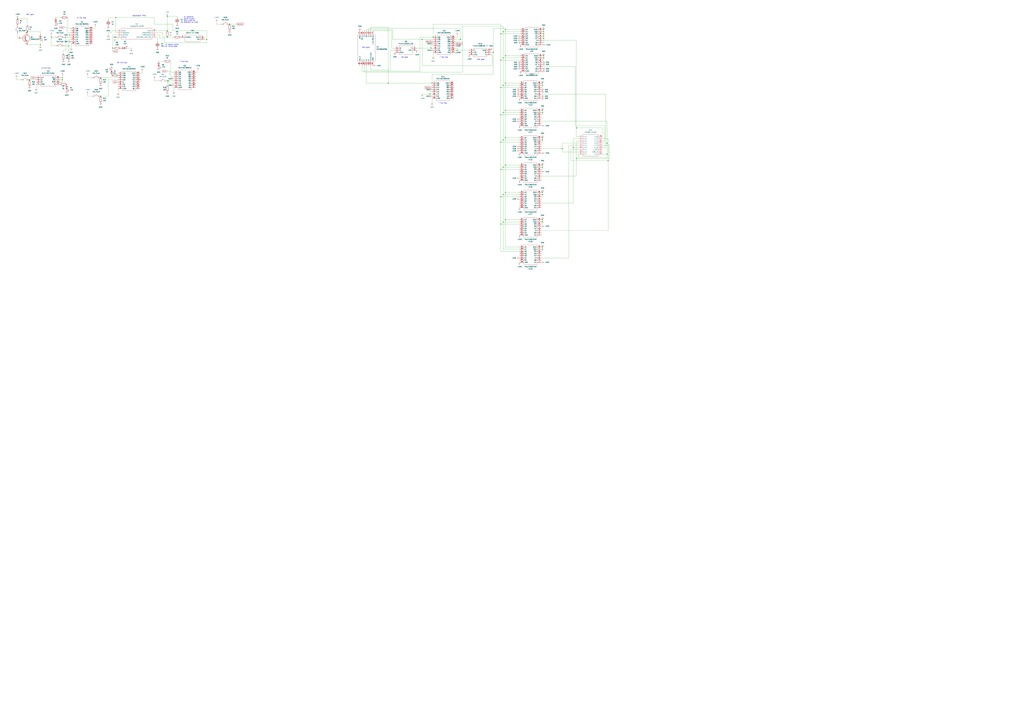
<source format=kicad_sch>
(kicad_sch (version 20230121) (generator eeschema)
  (paper "A0")
  (junction (at 586.74 64.77))
  (junction (at 134.62 20.32))
  (junction (at 534.67 45.72))
  (junction (at 669.29 184.15))
  (junction (at 629.92 226.06))
  (junction (at 572.77 60.96))
  (junction (at 72.39 92.71))
  (junction (at 194.31 93.98))
  (junction (at 629.92 162.56))
  (junction (at 704.85 179.07))
  (junction (at 490.22 45.72))
  (junction (at 72.39 90.17))
  (junction (at 194.31 43.18))
  (junction (at 584.2 99.06))
  (junction (at 631.19 36.83))
  (junction (at 669.29 148.59))
  (junction (at 584.2 194.31))
  (junction (at 629.92 130.81))
  (junction (at 629.92 257.81))
  (junction (at 46.99 52.07))
  (junction (at 629.92 191.77))
  (junction (at 584.2 226.06))
  (junction (at 704.85 166.37))
  (junction (at 20.32 21.59))
  (junction (at 584.2 257.81))
  (junction (at 584.2 67.31))
  (junction (at 629.92 255.27))
  (junction (at 629.92 194.31))
  (junction (at 586.74 160.02))
  (junction (at 586.74 96.52))
  (junction (at 586.74 34.29))
  (junction (at 586.74 255.27))
  (junction (at 116.84 90.17))
  (junction (at 450.85 96.52))
  (junction (at 584.2 36.83))
  (junction (at 34.29 92.71))
  (junction (at 80.01 53.34))
  (junction (at 581.66 165.1))
  (junction (at 581.66 196.85))
  (junction (at 652.78 172.72))
  (junction (at 581.66 39.37))
  (junction (at 629.92 289.56))
  (junction (at 631.19 39.37))
  (junction (at 631.19 64.77))
  (junction (at 629.92 96.52))
  (junction (at 706.12 186.69))
  (junction (at 130.81 55.88))
  (junction (at 631.19 67.31))
  (junction (at 581.66 133.35))
  (junction (at 581.66 101.6))
  (junction (at 586.74 128.27))
  (junction (at 194.31 19.05))
  (junction (at 631.19 34.29))
  (junction (at 195.58 93.98))
  (junction (at 116.84 111.76))
  (junction (at 59.69 43.18))
  (junction (at 266.7 27.94))
  (junction (at 631.19 41.91))
  (junction (at 499.11 109.22))
  (junction (at 76.2 43.18))
  (junction (at 629.92 287.02))
  (junction (at 665.48 171.45))
  (junction (at 501.65 96.52))
  (junction (at 629.92 160.02))
  (junction (at 194.31 35.56))
  (junction (at 631.19 44.45))
  (junction (at 584.2 162.56))
  (junction (at 581.66 260.35))
  (junction (at 240.03 45.72))
  (junction (at 584.2 130.81))
  (junction (at 581.66 69.85))
  (junction (at 629.92 223.52))
  (junction (at 629.92 99.06))
  (junction (at 586.74 191.77))
  (junction (at 581.66 228.6))
  (junction (at 500.38 55.88))
  (junction (at 629.92 128.27))
  (junction (at 586.74 223.52))
  (junction (at 31.75 36.83))
  (junction (at 530.86 58.42))
  (junction (at 502.92 43.18))
  (wire (pts (xy 629.92 128.27) (xy 628.65 128.27)))
  (wire (pts (xy 669.29 163.83) (xy 671.83 163.83)))
  (wire (pts (xy 201.93 96.52) (xy 195.58 96.52)))
  (wire (pts (xy 425.45 34.29) (xy 425.45 35.56)))
  (wire (pts (xy 629.92 44.45) (xy 631.19 44.45)))
  (wire (pts (xy 581.66 133.35) (xy 581.66 165.1)))
  (wire (pts (xy 665.48 171.45) (xy 665.48 161.29)))
  (wire (pts (xy 586.74 191.77) (xy 586.74 223.52)))
  (wire (pts (xy 671.83 166.37) (xy 652.78 166.37)))
  (wire (pts (xy 703.58 109.22) (xy 703.58 171.45)))
  (wire (pts (xy 528.32 48.26) (xy 537.21 48.26)))
  (wire (pts (xy 544.83 58.42) (xy 530.86 58.42)))
  (wire (pts (xy 528.32 43.18) (xy 530.86 43.18)))
  (wire (pts (xy 669.29 158.75) (xy 671.83 158.75)))
  (wire (pts (xy 182.88 43.18) (xy 181.61 43.18)))
  (wire (pts (xy 19.05 92.71) (xy 24.13 92.71)))
  (wire (pts (xy 501.65 106.68) (xy 499.11 106.68)))
  (wire (pts (xy 668.02 146.05) (xy 702.31 146.05)))
  (wire (pts (xy 201.93 101.6) (xy 201.93 106.68)))
  (wire (pts (xy 671.83 179.07) (xy 671.83 182.88)))
  (wire (pts (xy 162.56 85.09) (xy 165.1 85.09)))
  (wire (pts (xy 586.74 255.27) (xy 586.74 287.02)))
  (wire (pts (xy 586.74 223.52) (xy 586.74 255.27)))
  (wire (pts (xy 669.29 204.47) (xy 669.29 184.15)))
  (wire (pts (xy 453.39 81.28) (xy 453.39 58.42)))
  (wire (pts (xy 572.77 86.36) (xy 572.77 60.96)))
  (wire (pts (xy 152.4 55.88) (xy 152.4 57.15)))
  (wire (pts (xy 185.42 40.64) (xy 181.61 40.64)))
  (wire (pts (xy 662.94 173.99) (xy 662.94 186.69)))
  (wire (pts (xy 586.74 160.02) (xy 586.74 191.77)))
  (wire (pts (xy 194.31 93.98) (xy 195.58 93.98)))
  (wire (pts (xy 652.78 176.53) (xy 671.83 176.53)))
  (wire (pts (xy 82.55 50.8) (xy 82.55 55.88)))
  (wire (pts (xy 487.68 43.18) (xy 487.68 82.55)))
  (wire (pts (xy 628.65 196.85) (xy 629.92 196.85)))
  (wire (pts (xy 266.7 27.94) (xy 274.32 27.94)))
  (wire (pts (xy 237.49 45.72) (xy 240.03 45.72)))
  (wire (pts (xy 80.01 45.72) (xy 80.01 53.34)))
  (wire (pts (xy 490.22 109.22) (xy 499.11 109.22)))
  (wire (pts (xy 134.62 38.1) (xy 134.62 20.32)))
  (wire (pts (xy 581.66 69.85) (xy 581.66 101.6)))
  (wire (pts (xy 502.92 43.18) (xy 487.68 43.18)))
  (wire (pts (xy 699.77 148.59) (xy 669.29 148.59)))
  (wire (pts (xy 629.92 165.1) (xy 629.92 162.56)))
  (wire (pts (xy 704.85 182.88) (xy 704.85 179.07)))
  (wire (pts (xy 699.77 168.91) (xy 707.39 168.91)))
  (wire (pts (xy 179.07 91.44) (xy 179.07 93.98)))
  (wire (pts (xy 72.39 90.17) (xy 72.39 87.63)))
  (wire (pts (xy 31.75 52.07) (xy 46.99 52.07)))
  (wire (pts (xy 20.32 44.45) (xy 21.59 44.45)))
  (wire (pts (xy 450.85 96.52) (xy 425.45 96.52)))
  (wire (pts (xy 669.29 148.59) (xy 669.29 158.75)))
  (wire (pts (xy 534.67 45.72) (xy 537.21 45.72)))
  (wire (pts (xy 74.93 43.18) (xy 76.2 43.18)))
  (wire (pts (xy 179.07 93.98) (xy 184.15 93.98)))
  (wire (pts (xy 240.03 45.72) (xy 240.03 49.53)))
  (wire (pts (xy 502.92 60.96) (xy 502.92 66.04)))
  (wire (pts (xy 586.74 96.52) (xy 603.25 96.52)))
  (wire (pts (xy 427.99 33.02) (xy 427.99 35.56)))
  (wire (pts (xy 662.94 186.69) (xy 706.12 186.69)))
  (wire (pts (xy 628.65 299.72) (xy 660.4 299.72)))
  (wire (pts (xy 706.12 161.29) (xy 699.77 161.29)))
  (wire (pts (xy 78.74 20.32) (xy 78.74 33.02)))
  (wire (pts (xy 190.5 49.53) (xy 190.5 44.45)))
  (wire (pts (xy 483.87 55.88) (xy 500.38 55.88)))
  (wire (pts (xy 74.93 31.75) (xy 77.47 31.75)))
  (wire (pts (xy 628.65 172.72) (xy 652.78 172.72)))
  (wire (pts (xy 455.93 34.29) (xy 425.45 34.29)))
  (wire (pts (xy 586.74 255.27) (xy 603.25 255.27)))
  (wire (pts (xy 78.74 33.02) (xy 82.55 33.02)))
  (wire (pts (xy 499.11 106.68) (xy 499.11 109.22)))
  (wire (pts (xy 196.85 82.55) (xy 196.85 86.36)))
  (wire (pts (xy 137.16 92.71) (xy 125.73 92.71)))
  (wire (pts (xy 528.32 45.72) (xy 534.67 45.72)))
  (wire (pts (xy 454.66 55.88) (xy 458.47 55.88)))
  (wire (pts (xy 132.08 55.88) (xy 130.81 55.88)))
  (wire (pts (xy 72.39 92.71) (xy 72.39 90.17)))
  (wire (pts (xy 59.69 43.18) (xy 59.69 53.34)))
  (wire (pts (xy 631.19 34.29) (xy 631.19 36.83)))
  (wire (pts (xy 584.2 130.81) (xy 603.25 130.81)))
  (wire (pts (xy 420.37 82.55) (xy 420.37 76.2)))
  (wire (pts (xy 581.66 165.1) (xy 603.25 165.1)))
  (wire (pts (xy 586.74 223.52) (xy 603.25 223.52)))
  (wire (pts (xy 584.2 162.56) (xy 603.25 162.56)))
  (wire (pts (xy 628.65 165.1) (xy 629.92 165.1)))
  (wire (pts (xy 629.92 191.77) (xy 628.65 191.77)))
  (wire (pts (xy 629.92 69.85) (xy 631.19 69.85)))
  (wire (pts (xy 537.21 30.48) (xy 584.2 30.48)))
  (wire (pts (xy 185.42 44.45) (xy 185.42 40.64)))
  (wire (pts (xy 669.29 184.15) (xy 669.29 163.83)))
  (wire (pts (xy 179.07 20.32) (xy 134.62 20.32)))
  (wire (pts (xy 581.66 133.35) (xy 603.25 133.35)))
  (wire (pts (xy 229.87 83.82) (xy 229.87 81.28)))
  (wire (pts (xy 501.65 96.52) (xy 450.85 96.52)))
  (wire (pts (xy 453.39 58.42) (xy 458.47 58.42)))
  (wire (pts (xy 76.2 58.42) (xy 76.2 43.18)))
  (wire (pts (xy 59.69 40.64) (xy 59.69 43.18)))
  (wire (pts (xy 200.66 27.94) (xy 200.66 35.56)))
  (wire (pts (xy 194.31 43.18) (xy 189.23 43.18)))
  (wire (pts (xy 629.92 77.47) (xy 668.02 77.47)))
  (wire (pts (xy 194.31 19.05) (xy 194.31 35.56)))
  (wire (pts (xy 629.92 255.27) (xy 628.65 255.27)))
  (wire (pts (xy 628.65 257.81) (xy 629.92 257.81)))
  (wire (pts (xy 586.74 34.29) (xy 586.74 64.77)))
  (wire (pts (xy 101.6 111.76) (xy 106.68 111.76)))
  (wire (pts (xy 227.33 83.82) (xy 229.87 83.82)))
  (wire (pts (xy 631.19 69.85) (xy 631.19 67.31)))
  (wire (pts (xy 64.77 20.32) (xy 71.12 20.32)))
  (wire (pts (xy 581.66 39.37) (xy 581.66 69.85)))
  (wire (pts (xy 631.19 64.77) (xy 629.92 64.77)))
  (wire (pts (xy 537.21 83.82) (xy 422.91 83.82)))
  (wire (pts (xy 581.66 101.6) (xy 603.25 101.6)))
  (wire (pts (xy 584.2 36.83) (xy 604.52 36.83)))
  (wire (pts (xy 699.77 166.37) (xy 704.85 166.37)))
  (wire (pts (xy 251.46 27.94) (xy 256.54 27.94)))
  (wire (pts (xy 571.5 76.2) (xy 571.5 63.5)))
  (wire (pts (xy 133.35 48.26) (xy 135.89 48.26)))
  (wire (pts (xy 628.65 236.22) (xy 665.48 236.22)))
  (wire (pts (xy 450.85 31.75) (xy 430.53 31.75)))
  (wire (pts (xy 660.4 299.72) (xy 660.4 168.91)))
  (wire (pts (xy 628.65 101.6) (xy 629.92 101.6)))
  (wire (pts (xy 69.85 90.17) (xy 72.39 90.17)))
  (wire (pts (xy 135.89 38.1) (xy 134.62 38.1)))
  (wire (pts (xy 629.92 101.6) (xy 629.92 99.06)))
  (wire (pts (xy 628.65 267.97) (xy 706.12 267.97)))
  (wire (pts (xy 581.66 196.85) (xy 603.25 196.85)))
  (wire (pts (xy 706.12 267.97) (xy 706.12 186.69)))
  (wire (pts (xy 502.92 27.94) (xy 581.66 27.94)))
  (wire (pts (xy 116.84 90.17) (xy 137.16 90.17)))
  (wire (pts (xy 586.74 160.02) (xy 603.25 160.02)))
  (wire (pts (xy 581.66 196.85) (xy 581.66 228.6)))
  (wire (pts (xy 534.67 45.72) (xy 534.67 33.02)))
  (wire (pts (xy 135.89 35.56) (xy 129.54 35.56)))
  (wire (pts (xy 198.12 86.36) (xy 198.12 88.9)))
  (wire (pts (xy 629.92 160.02) (xy 628.65 160.02)))
  (wire (pts (xy 572.77 60.96) (xy 572.77 33.02)))
  (wire (pts (xy 584.2 226.06) (xy 603.25 226.06)))
  (wire (pts (xy 629.92 260.35) (xy 629.92 257.81)))
  (wire (pts (xy 41.91 97.79) (xy 41.91 102.87)))
  (wire (pts (xy 534.67 33.02) (xy 427.99 33.02)))
  (wire (pts (xy 629.92 96.52) (xy 628.65 96.52)))
  (wire (pts (xy 179.07 27.94) (xy 179.07 20.32)))
  (wire (pts (xy 629.92 228.6) (xy 629.92 226.06)))
  (wire (pts (xy 584.2 99.06) (xy 584.2 130.81)))
  (wire (pts (xy 584.2 194.31) (xy 584.2 226.06)))
  (wire (pts (xy 629.92 257.81) (xy 629.92 255.27)))
  (wire (pts (xy 628.65 133.35) (xy 629.92 133.35)))
  (wire (pts (xy 581.66 292.1) (xy 603.25 292.1)))
  (wire (pts (xy 530.86 55.88) (xy 530.86 58.42)))
  (wire (pts (xy 668.02 77.47) (xy 668.02 146.05)))
  (wire (pts (xy 581.66 27.94) (xy 581.66 39.37)))
  (wire (pts (xy 194.31 93.98) (xy 194.31 99.06)))
  (wire (pts (xy 137.16 102.87) (xy 137.16 107.95)))
  (wire (pts (xy 628.65 289.56) (xy 629.92 289.56)))
  (wire (pts (xy 500.38 55.88) (xy 502.92 55.88)))
  (wire (pts (xy 629.92 226.06) (xy 629.92 223.52)))
  (wire (pts (xy 198.12 71.12) (xy 198.12 83.82)))
  (wire (pts (xy 69.85 92.71) (xy 72.39 92.71)))
  (wire (pts (xy 77.47 35.56) (xy 78.74 35.56)))
  (wire (pts (xy 125.73 111.76) (xy 116.84 111.76)))
  (wire (pts (xy 422.91 83.82) (xy 422.91 76.2)))
  (wire (pts (xy 631.19 39.37) (xy 631.19 36.83)))
  (wire (pts (xy 581.66 39.37) (xy 604.52 39.37)))
  (wire (pts (xy 433.07 35.56) (xy 454.66 35.56)))
  (wire (pts (xy 129.54 38.1) (xy 125.73 38.1)))
  (wire (pts (xy 500.38 53.34) (xy 500.38 55.88)))
  (wire (pts (xy 31.75 29.21) (xy 31.75 21.59)))
  (wire (pts (xy 251.46 25.4) (xy 251.46 27.94)))
  (wire (pts (xy 78.74 35.56) (xy 78.74 38.1)))
  (wire (pts (xy 703.58 171.45) (xy 699.77 171.45)))
  (wire (pts (xy 205.74 20.32) (xy 205.74 19.05)))
  (wire (pts (xy 586.74 64.77) (xy 586.74 96.52)))
  (wire (pts (xy 194.31 82.55) (xy 196.85 82.55)))
  (wire (pts (xy 502.92 53.34) (xy 500.38 53.34)))
  (wire (pts (xy 501.65 86.36) (xy 572.77 86.36)))
  (wire (pts (xy 704.85 166.37) (xy 704.85 179.07)))
  (wire (pts (xy 194.31 43.18) (xy 201.93 43.18)))
  (wire (pts (xy 586.74 33.02) (xy 586.74 34.29)))
  (wire (pts (xy 125.73 92.71) (xy 125.73 111.76)))
  (wire (pts (xy 628.65 204.47) (xy 669.29 204.47)))
  (wire (pts (xy 571.5 63.5) (xy 570.23 63.5)))
  (wire (pts (xy 702.31 163.83) (xy 699.77 163.83)))
  (wire (pts (xy 195.58 96.52) (xy 195.58 93.98)))
  (wire (pts (xy 190.5 44.45) (xy 185.42 44.45)))
  (wire (pts (xy 499.11 109.22) (xy 501.65 109.22)))
  (wire (pts (xy 490.22 45.72) (xy 490.22 76.2)))
  (wire (pts (xy 59.69 43.18) (xy 64.77 43.18)))
  (wire (pts (xy 584.2 162.56) (xy 584.2 194.31)))
  (wire (pts (xy 652.78 172.72) (xy 652.78 176.53)))
  (wire (pts (xy 31.75 21.59) (xy 20.32 21.59)))
  (wire (pts (xy 629.92 133.35) (xy 629.92 130.81)))
  (wire (pts (xy 181.61 35.56) (xy 194.31 35.56)))
  (wire (pts (xy 196.85 86.36) (xy 198.12 86.36)))
  (wire (pts (xy 665.48 171.45) (xy 671.83 171.45)))
  (wire (pts (xy 430.53 31.75) (xy 430.53 35.56)))
  (wire (pts (xy 581.66 228.6) (xy 581.66 260.35)))
  (wire (pts (xy 502.92 45.72) (xy 490.22 45.72)))
  (wire (pts (xy 669.29 46.99) (xy 669.29 148.59)))
  (wire (pts (xy 631.19 49.53) (xy 631.19 44.45)))
  (wire (pts (xy 628.65 140.97) (xy 704.85 140.97)))
  (wire (pts (xy 628.65 130.81) (xy 629.92 130.81)))
  (wire (pts (xy 76.2 43.18) (xy 82.55 43.18)))
  (wire (pts (xy 586.74 128.27) (xy 603.25 128.27)))
  (wire (pts (xy 629.92 46.99) (xy 669.29 46.99)))
  (wire (pts (xy 200.66 35.56) (xy 240.03 35.56)))
  (wire (pts (xy 240.03 35.56) (xy 240.03 45.72)))
  (wire (pts (xy 584.2 226.06) (xy 584.2 257.81)))
  (wire (pts (xy 101.6 87.63) (xy 101.6 90.17)))
  (wire (pts (xy 581.66 101.6) (xy 581.66 133.35)))
  (wire (pts (xy 671.83 173.99) (xy 662.94 173.99)))
  (wire (pts (xy 628.65 194.31) (xy 629.92 194.31)))
  (wire (pts (xy 584.2 30.48) (xy 584.2 36.83)))
  (wire (pts (xy 628.65 99.06) (xy 629.92 99.06)))
  (wire (pts (xy 572.77 33.02) (xy 586.74 33.02)))
  (wire (pts (xy 707.39 168.91) (xy 707.39 184.15)))
  (wire (pts (xy 501.65 114.3) (xy 501.65 119.38)))
  (wire (pts (xy 200.66 27.94) (xy 179.07 27.94)))
  (wire (pts (xy 631.19 67.31) (xy 631.19 64.77)))
  (wire (pts (xy 572.77 60.96) (xy 570.23 60.96)))
  (wire (pts (xy 669.29 184.15) (xy 707.39 184.15)))
  (wire (pts (xy 584.2 257.81) (xy 584.2 289.56)))
  (wire (pts (xy 629.92 39.37) (xy 631.19 39.37)))
  (wire (pts (xy 101.6 90.17) (xy 106.68 90.17)))
  (wire (pts (xy 69.85 95.25) (xy 72.39 95.25)))
  (wire (pts (xy 629.92 194.31) (xy 629.92 191.77)))
  (wire (pts (xy 182.88 48.26) (xy 182.88 43.18)))
  (wire (pts (xy 129.54 35.56) (xy 129.54 38.1)))
  (wire (pts (xy 240.03 49.53) (xy 190.5 49.53)))
  (wire (pts (xy 454.66 35.56) (xy 454.66 55.88)))
  (wire (pts (xy 59.69 53.34) (xy 64.77 53.34)))
  (wire (pts (xy 586.74 34.29) (xy 604.52 34.29)))
  (wire (pts (xy 82.55 45.72) (xy 80.01 45.72)))
  (wire (pts (xy 629.92 289.56) (xy 629.92 287.02)))
  (wire (pts (xy 629.92 287.02) (xy 628.65 287.02)))
  (wire (pts (xy 581.66 260.35) (xy 581.66 292.1)))
  (wire (pts (xy 31.75 36.83) (xy 46.99 36.83)))
  (wire (pts (xy 537.21 48.26) (xy 537.21 83.82)))
  (wire (pts (xy 77.47 31.75) (xy 77.47 35.56)))
  (wire (pts (xy 586.74 191.77) (xy 603.25 191.77)))
  (wire (pts (xy 135.89 48.26) (xy 135.89 43.18)))
  (wire (pts (xy 581.66 228.6) (xy 603.25 228.6)))
  (wire (pts (xy 195.58 93.98) (xy 201.93 93.98)))
  (wire (pts (xy 586.74 128.27) (xy 586.74 160.02)))
  (wire (pts (xy 629.92 67.31) (xy 631.19 67.31)))
  (wire (pts (xy 430.53 81.28) (xy 453.39 81.28)))
  (wire (pts (xy 430.53 76.2) (xy 430.53 81.28)))
  (wire (pts (xy 584.2 67.31) (xy 604.52 67.31)))
  (wire (pts (xy 584.2 36.83) (xy 584.2 67.31)))
  (wire (pts (xy 147.32 55.88) (xy 152.4 55.88)))
  (wire (pts (xy 107.95 33.02) (xy 110.49 33.02)))
  (wire (pts (xy 629.92 162.56) (xy 629.92 160.02)))
  (wire (pts (xy 134.62 20.32) (xy 125.73 20.32)))
  (wire (pts (xy 631.19 44.45) (xy 631.19 41.91)))
  (wire (pts (xy 665.48 161.29) (xy 671.83 161.29)))
  (wire (pts (xy 73.66 58.42) (xy 76.2 58.42)))
  (wire (pts (xy 198.12 88.9) (xy 201.93 88.9)))
  (wire (pts (xy 665.48 236.22) (xy 665.48 171.45)))
  (wire (pts (xy 189.23 43.18) (xy 189.23 38.1)))
  (wire (pts (xy 652.78 166.37) (xy 652.78 172.72)))
  (wire (pts (xy 46.99 52.07) (xy 46.99 53.34)))
  (wire (pts (xy 581.66 260.35) (xy 603.25 260.35)))
  (wire (pts (xy 73.66 62.23) (xy 73.66 58.42)))
  (wire (pts (xy 584.2 67.31) (xy 584.2 99.06)))
  (wire (pts (xy 80.01 53.34) (xy 80.01 62.23)))
  (wire (pts (xy 704.85 179.07) (xy 699.77 179.07)))
  (wire (pts (xy 631.19 41.91) (xy 631.19 39.37)))
  (wire (pts (xy 586.74 96.52) (xy 586.74 128.27)))
  (wire (pts (xy 629.92 49.53) (xy 631.19 49.53)))
  (wire (pts (xy 165.1 85.09) (xy 165.1 82.55)))
  (wire (pts (xy 530.86 43.18) (xy 530.86 40.64)))
  (wire (pts (xy 584.2 289.56) (xy 603.25 289.56)))
  (wire (pts (xy 502.92 43.18) (xy 502.92 27.94)))
  (wire (pts (xy 584.2 194.31) (xy 603.25 194.31)))
  (wire (pts (xy 101.6 109.22) (xy 101.6 111.76)))
  (wire (pts (xy 34.29 92.71) (xy 41.91 92.71)))
  (wire (pts (xy 130.81 55.88) (xy 130.81 59.69)))
  (wire (pts (xy 586.74 64.77) (xy 604.52 64.77)))
  (wire (pts (xy 198.12 83.82) (xy 201.93 83.82)))
  (wire (pts (xy 704.85 140.97) (xy 704.85 166.37)))
  (wire (pts (xy 581.66 165.1) (xy 581.66 196.85)))
  (wire (pts (xy 19.05 90.17) (xy 19.05 92.71)))
  (wire (pts (xy 490.22 45.72) (xy 455.93 45.72)))
  (wire (pts (xy 78.74 38.1) (xy 82.55 38.1)))
  (wire (pts (xy 490.22 76.2) (xy 571.5 76.2)))
  (wire (pts (xy 628.65 162.56) (xy 629.92 162.56)))
  (wire (pts (xy 537.21 45.72) (xy 537.21 30.48)))
  (wire (pts (xy 629.92 130.81) (xy 629.92 128.27)))
  (wire (pts (xy 702.31 146.05) (xy 702.31 163.83)))
  (wire (pts (xy 125.73 20.32) (xy 125.73 22.86)))
  (wire (pts (xy 528.32 55.88) (xy 530.86 55.88)))
  (wire (pts (xy 628.65 292.1) (xy 629.92 292.1)))
  (wire (pts (xy 629.92 99.06) (xy 629.92 96.52)))
  (wire (pts (xy 629.92 223.52) (xy 628.65 223.52)))
  (wire (pts (xy 629.92 196.85) (xy 629.92 194.31)))
  (wire (pts (xy 629.92 41.91) (xy 631.19 41.91)))
  (wire (pts (xy 20.32 39.37) (xy 20.32 44.45)))
  (wire (pts (xy 487.68 82.55) (xy 420.37 82.55)))
  (wire (pts (xy 581.66 69.85) (xy 604.52 69.85)))
  (wire (pts (xy 631.19 36.83) (xy 629.92 36.83)))
  (wire (pts (xy 628.65 109.22) (xy 703.58 109.22)))
  (wire (pts (xy 455.93 45.72) (xy 455.93 34.29)))
  (wire (pts (xy 584.2 257.81) (xy 603.25 257.81)))
  (wire (pts (xy 628.65 260.35) (xy 629.92 260.35)))
  (wire (pts (xy 205.74 19.05) (xy 194.31 19.05)))
  (wire (pts (xy 130.81 55.88) (xy 130.81 40.64)))
  (wire (pts (xy 586.74 287.02) (xy 603.25 287.02)))
  (wire (pts (xy 528.32 58.42) (xy 530.86 58.42)))
  (wire (pts (xy 660.4 168.91) (xy 671.83 168.91)))
  (wire (pts (xy 110.49 33.02) (xy 110.49 30.48)))
  (wire (pts (xy 584.2 130.81) (xy 584.2 162.56)))
  (wire (pts (xy 628.65 226.06) (xy 629.92 226.06)))
  (wire (pts (xy 72.39 95.25) (xy 72.39 92.71)))
  (wire (pts (xy 125.73 38.1) (xy 125.73 40.64)))
  (wire (pts (xy 628.65 228.6) (xy 629.92 228.6)))
  (wire (pts (xy 706.12 186.69) (xy 706.12 161.29)))
  (wire (pts (xy 699.77 158.75) (xy 699.77 148.59)))
  (wire (pts (xy 46.99 36.83) (xy 46.99 39.37)))
  (wire (pts (xy 130.81 40.64) (xy 135.89 40.64)))
  (wire (pts (xy 425.45 96.52) (xy 425.45 76.2)))
  (wire (pts (xy 189.23 38.1) (xy 181.61 38.1)))
  (wire (pts (xy 671.83 182.88) (xy 704.85 182.88)))
  (wire (pts (xy 629.92 34.29) (xy 631.19 34.29)))
  (wire (pts (xy 450.85 96.52) (xy 450.85 31.75)))
  (wire (pts (xy 184.15 71.12) (xy 190.5 71.12)))
  (wire (pts (xy 629.92 292.1) (xy 629.92 289.56)))
  (wire (pts (xy 584.2 99.06) (xy 603.25 99.06)))
  (wire (pts (xy 501.65 96.52) (xy 501.65 86.36)))
  (wire (pts (xy 46.99 46.99) (xy 46.99 52.07)))
  (wire (pts (xy 80.01 53.34) (xy 74.93 53.34)))
  (text "NOT gate" (at 30.48 17.78 0) (effects (font (size 1.27 1.27)) (justify left bottom)))
  (text "D flip flop" (at 48.26 80.01 0) (effects (font (size 1.27 1.27)) (justify left bottom)))
  (text "T flip flop" (at 510.54 67.31 0) (effects (font (size 1.27 1.27)) (justify left bottom)))
  (text "JK flip flop" (at 88.9 21.59 0) (effects (font (size 1.27 1.27)) (justify left bottom)))
  (text "SR flip flop" (at 135.89 73.66 0) (effects (font (size 1.27 1.27)) (justify left bottom)))
  (text "T flip flop" (at 208.28 72.39 0) (effects (font (size 1.27 1.27)) (justify left bottom)))
  (text "AND gate\n" (at 553.72 69.85 0) (effects (font (size 1.27 1.27)) (justify left bottom)))
  (text "AND gate\n" (at 420.37 55.88 0) (effects (font (size 1.27 1.27)) (justify left bottom)))
  (text "Adjustable Timer" (at 153.67 19.05 0) (effects (font (size 1.27 1.27)) (justify left bottom)))
  (text "OR gate\n" (at 466.09 67.31 0) (effects (font (size 1.27 1.27)) (justify left bottom)))
  (text "T flip flop" (at 509.27 120.65 0) (effects (font (size 1.27 1.27)) (justify left bottom)))
  (text "To stabilize \npower supply\n(put close as\npossible to chip)" (at 213.36 26.67 0) (effects (font (size 1.27 1.27)) (justify left bottom)))
  (text "To reduce noise\non rising edge" (at 191.77 54.61 0) (effects (font (size 1.27 1.27)) (justify left bottom)))
  (global_label "CLK" (shape input) (at 194.31 82.55 180) (property "Intersheetrefs" "${INTERSHEET_REFS}" (effects hide)))
  (global_label "CLK" (shape input) (at 41.91 90.17 180) (property "Intersheetrefs" "${INTERSHEET_REFS}" (effects hide)))
  (global_label "Button" (shape input) (at 501.65 101.6 180) (property "Intersheetrefs" "${INTERSHEET_REFS}" (effects hide)))
  (global_label "CLK" (shape input) (at 74.93 31.75 180) (property "Intersheetrefs" "${INTERSHEET_REFS}" (effects hide)))
  (global_label "CLK" (shape input) (at 130.81 59.69 0) (property "Intersheetrefs" "${INTERSHEET_REFS}" (effects hide)))
  (global_label "Button" (shape input) (at 274.32 27.94 0) (property "Intersheetrefs" "${INTERSHEET_REFS}" (effects hide)))
  (global_label "Button" (shape input) (at 502.92 48.26 180) (property "Intersheetrefs" "${INTERSHEET_REFS}" (effects hide)))
  (global_label "CLK" (shape input) (at 137.16 95.25 180) (property "Intersheetrefs" "${INTERSHEET_REFS}" (effects hide)))
  (global_label "Button" (shape input) (at 528.32 50.8 0) (property "Intersheetrefs" "${INTERSHEET_REFS}" (effects hide)))
  (symbol (lib_id "power:+3V0") (at 603.25 231.14 90) (unit 1)
    (property "Reference" "#PWR0103" (effects hide))
    (property "Value" "+3V0" (at 599.44 231.14 90) (effects (justify left)))
  )
  (symbol (lib_id "Device:C") (at 125.73 26.67 0) (unit 1)
    (property "Reference" "C1" (at 129.54 25.4 0) (effects (justify left)))
    (property "Value" "1u" (at 129.54 27.94 0) (effects (justify left)))
  )
  (symbol (lib_id "SamacSys_Parts:3314J-2-105E") (at 209.55 43.18 0) (unit 1)
    (property "Reference" "VR1" (at 223.52 35.56 0))
    (property "Value" "3314J-2-105E" (at 223.52 38.1 0))
    (property "Footprint" "3314J-1" (effects hide))
    (property "Datasheet" "http://uk.rs-online.com/web/p/products/0177419" (effects hide))
    (property "Description" "1M SMD Trimmer Potentiometer 0.25W Top Adjust Bourns 3314 Series" (effects hide))
    (property "Manufacturer_Name" "Bourns" (effects hide))
    (property "Manufacturer_Part_Number" "3314J-2-105E" (effects hide))
    (property "Mouser Part Number" "652-3314J-2-105E" (effects hide))
    (property "Mouser Price/Stock" "https://www.mouser.co.uk/ProductDetail/Bourns/3314J-2-105E?qs=tENXCkUKGaE%2FfdHVx4r9sQ%3D%3D" (effects hide))
    (property "Arrow Part Number" "3314J-2-105E" (effects hide))
    (property "Arrow Price/Stock" "https://www.arrow.com/en/products/3314j-2-105e/bourns?region=nac" (effects hide))
  )
  (symbol (lib_id "power:GND") (at 631.19 64.77 180) (unit 1)
    (property "Reference" "#PWR062" (effects hide))
    (property "Value" "GND" (at 631.19 59.69 0))
  )
  (symbol (lib_id "power:GND") (at 41.91 102.87 0) (unit 1)
    (property "Reference" "#PWR015" (effects hide))
    (property "Value" "GND" (at 41.91 107.95 0))
  )
  (symbol (lib_id "Device:LED") (at 184.15 74.93 90) (unit 1)
    (property "Reference" "D6" (at 187.96 75.2475 90) (effects (justify right)))
    (property "Value" "LED" (at 187.96 77.7875 90) (effects (justify right)))
  )
  (symbol (lib_id "SamacSys_Parts:MC14027BDR2G") (at 82.55 33.02 0) (unit 1)
    (property "Reference" "IC1" (at 95.25 25.4 0))
    (property "Value" "MC14027BDR2G" (at 95.25 27.94 0))
    (property "Footprint" "SOIC127P600X175-16N" (effects hide))
    (property "Datasheet" "http://www.onsemi.com/pub/Collateral/MC14027B-D.PDF" (effects hide))
    (property "Description" "Flip Flops 3-18V CMOS Dual JK-Type" (effects hide))
    (property "Height" "1.75" (effects hide))
    (property "Manufacturer_Name" "onsemi" (effects hide))
    (property "Manufacturer_Part_Number" "MC14027BDR2G" (effects hide))
    (property "Mouser Part Number" "863-MC14027BDR2G" (effects hide))
    (property "Mouser Price/Stock" "https://www.mouser.co.uk/ProductDetail/onsemi/MC14027BDR2G?qs=g2rIOKKlpobE9BrNZHasrw%3D%3D" (effects hide))
    (property "Arrow Part Number" "MC14027BDR2G" (effects hide))
    (property "Arrow Price/Stock" "https://www.arrow.com/en/products/mc14027bdr2g/on-semiconductor" (effects hide))
  )
  (symbol (lib_id "power:GND") (at 629.92 74.93 90) (unit 1)
    (property "Reference" "#PWR069" (effects hide))
    (property "Value" "GND" (at 633.73 74.93 90) (effects (justify right)))
  )
  (symbol (lib_id "SamacSys_Parts:PSA08-11GWA") (at 671.83 158.75 0) (unit 1)
    (property "Reference" "DS1" (at 685.8 151.13 0))
    (property "Value" "PSA08-11GWA" (at 685.8 153.67 0))
    (property "Footprint" "PSA0811GWA" (effects hide))
    (property "Datasheet" "https://componentsearchengine.com/Datasheets/1/PSA08-11GWA.pdf" (effects hide))
    (property "Description" "LED Displays & Accessories AlphaNum Grn 568nm Common Anode" (effects hide))
    (property "Height" "8.75" (effects hide))
    (property "Manufacturer_Name" "Kingbright" (effects hide))
    (property "Manufacturer_Part_Number" "PSA08-11GWA" (effects hide))
    (property "Mouser Part Number" "604-PSA08-11GWA" (effects hide))
    (property "Mouser Price/Stock" "https://www.mouser.co.uk/ProductDetail/Kingbright/PSA08-11GWA?qs=VdjlWU%2FzoOGXetunvhrCIw%3D%3D" (effects hide))
  )
  (symbol (lib_id "power:+3V0") (at 628.65 146.05 270) (unit 1)
    (property "Reference" "#PWR096" (effects hide))
    (property "Value" "+3V0" (at 632.46 146.05 90) (effects (justify left)))
  )
  (symbol (lib_id "SamacSys_Parts:74LVC1G08FW5-7") (at 570.23 63.5 180) (unit 1)
    (property "Reference" "IC10" (at 557.53 50.8 0))
    (property "Value" "74LVC1G08FW5-7" (at 557.53 53.34 0))
    (property "Footprint" "74LVC1G08FW57" (effects hide))
    (property "Datasheet" "https://www.diodes.com/assets/Datasheets/74LVC1G08.pdf" (effects hide))
    (property "Description" "Logic Gates Single 2 Input POS AND Gate 1.65 to 5.5" (effects hide))
    (property "Height" "0.5" (effects hide))
    (property "Manufacturer_Name" "Diodes Inc." (effects hide))
    (property "Manufacturer_Part_Number" "74LVC1G08FW5-7" (effects hide))
    (property "Mouser Part Number" "621-74LVC1G08FW5-7" (effects hide))
    (property "Mouser Price/Stock" "https://www.mouser.co.uk/ProductDetail/Diodes-Incorporated/74LVC1G08FW5-7?qs=mYAa4mSiDJyHmkX79TXrAg%3D%3D" (effects hide))
    (property "Arrow Part Number" "74LVC1G08FW5-7" (effects hide))
    (property "Arrow Price/Stock" "https://www.arrow.com/en/products/74lvc1g08fw5-7/diodes-incorporated?region=nac" (effects hide))
  )
  (symbol (lib_id "power:GND") (at 628.65 114.3 90) (unit 1)
    (property "Reference" "#PWR093" (effects hide))
    (property "Value" "GND" (at 632.46 114.3 90) (effects (justify right)))
  )
  (symbol (lib_id "power:+3V0") (at 19.05 90.17 0) (unit 1)
    (property "Reference" "#PWR016" (effects hide))
    (property "Value" "+3V0" (at 19.05 85.09 0))
  )
  (symbol (lib_id "Device:LED") (at 129.54 83.82 270) (unit 1)
    (property "Reference" "D5" (at 125.73 83.5025 90) (effects (justify right)))
    (property "Value" "LED" (at 125.73 80.9625 90) (effects (justify right)))
  )
  (symbol (lib_id "Device:R") (at 205.74 43.18 270) (unit 1)
    (property "Reference" "R5" (at 205.74 36.83 90))
    (property "Value" "1k" (at 205.74 39.37 90))
  )
  (symbol (lib_id "Device:R") (at 133.35 87.63 270) (unit 1)
    (property "Reference" "R11" (at 133.35 85.09 90))
    (property "Value" "51" (at 133.35 82.55 90))
  )
  (symbol (lib_id "power:+3V0") (at 101.6 87.63 0) (unit 1)
    (property "Reference" "#PWR026" (effects hide))
    (property "Value" "+3V0" (at 101.6 82.55 0))
  )
  (symbol (lib_id "Device:LED") (at 77.47 101.6 90) (unit 1)
    (property "Reference" "D4" (at 81.28 101.9175 90) (effects (justify right)))
    (property "Value" "LED" (at 81.28 104.4575 90) (effects (justify right)))
  )
  (symbol (lib_id "power:+3V0") (at 251.46 25.4 0) (unit 1)
    (property "Reference" "#PWR032" (effects hide))
    (property "Value" "+3V0" (at 251.46 20.32 0))
  )
  (symbol (lib_id "power:GND") (at 417.83 35.56 180) (unit 1)
    (property "Reference" "#PWR048" (effects hide))
    (property "Value" "GND" (at 417.83 30.48 0))
  )
  (symbol (lib_id "power:+3V0") (at 604.52 46.99 90) (unit 1)
    (property "Reference" "#PWR058" (effects hide))
    (property "Value" "+3V0" (at 600.71 46.99 90) (effects (justify left)))
  )
  (symbol (lib_id "power:+3V0") (at 101.6 109.22 0) (unit 1)
    (property "Reference" "#PWR028" (effects hide))
    (property "Value" "+3V0" (at 101.6 104.14 0))
  )
  (symbol (lib_id "Device:R") (at 34.29 96.52 180) (unit 1)
    (property "Reference" "R10" (at 36.83 95.25 0) (effects (justify right)))
    (property "Value" "10k" (at 36.83 97.79 0) (effects (justify right)))
  )
  (symbol (lib_id "power:GND") (at 501.65 111.76 270) (unit 1)
    (property "Reference" "#PWR052" (effects hide))
    (property "Value" "GND" (at 499.11 111.76 90) (effects (justify right)))
  )
  (symbol (lib_id "power:GND") (at 502.92 50.8 270) (unit 1)
    (property "Reference" "#PWR040" (effects hide))
    (property "Value" "GND" (at 500.38 50.8 90) (effects (justify right)))
  )
  (symbol (lib_id "power:GND") (at 125.73 40.64 0) (unit 1)
    (property "Reference" "#PWR08" (effects hide))
    (property "Value" "GND" (at 125.73 45.72 0))
  )
  (symbol (lib_id "SamacSys_Parts:MC14043BDR2G") (at 137.16 85.09 0) (unit 1)
    (property "Reference" "IC4" (at 149.86 77.47 0))
    (property "Value" "MC14043BDR2G" (at 149.86 80.01 0))
    (property "Footprint" "SOIC127P600X175-16N" (effects hide))
    (property "Datasheet" "https://www.onsemi.com/pub/Collateral/MC14043B-D.PDF" (effects hide))
    (property "Description" "ON SEMICONDUCTOR - MC14043BDR2G - SR-LATCH, QUAD, TRI-STATE, SOIC-16" (effects hide))
    (property "Height" "1.75" (effects hide))
    (property "Manufacturer_Name" "onsemi" (effects hide))
    (property "Manufacturer_Part_Number" "MC14043BDR2G" (effects hide))
    (property "Mouser Part Number" "863-MC14043BDR2G" (effects hide))
    (property "Mouser Price/Stock" "https://www.mouser.co.uk/ProductDetail/onsemi/MC14043BDR2G?qs=g2rIOKKlpoakmacEWY8Cmw%3D%3D" (effects hide))
    (property "Arrow Part Number" "MC14043BDR2G" (effects hide))
    (property "Arrow Price/Stock" "https://www.arrow.com/en/products/mc14043bdr2g/on-semiconductor?region=nac" (effects hide))
  )
  (symbol (lib_id "power:GND") (at 266.7 35.56 0) (unit 1)
    (property "Reference" "#PWR038" (effects hide))
    (property "Value" "GND" (at 266.7 40.64 0))
  )
  (symbol (lib_id "power:+3V0") (at 530.86 40.64 0) (unit 1)
    (property "Reference" "#PWR043" (effects hide))
    (property "Value" "+3V0" (at 530.86 35.56 0))
  )
  (symbol (lib_id "power:+3V0") (at 603.25 177.8 180) (unit 1)
    (property "Reference" "#PWR074" (effects hide))
    (property "Value" "+3V0" (at 603.25 182.88 0))
  )
  (symbol (lib_id "SamacSys_Parts:MC14027BDR2G") (at 201.93 83.82 0) (unit 1)
    (property "Reference" "IC5" (at 214.63 76.2 0))
    (property "Value" "MC14027BDR2G" (at 214.63 78.74 0))
    (property "Footprint" "SOIC127P600X175-16N" (effects hide))
    (property "Datasheet" "http://www.onsemi.com/pub/Collateral/MC14027B-D.PDF" (effects hide))
    (property "Description" "Flip Flops 3-18V CMOS Dual JK-Type" (effects hide))
    (property "Height" "1.75" (effects hide))
    (property "Manufacturer_Name" "onsemi" (effects hide))
    (property "Manufacturer_Part_Number" "MC14027BDR2G" (effects hide))
    (property "Mouser Part Number" "863-MC14027BDR2G" (effects hide))
    (property "Mouser Price/Stock" "https://www.mouser.co.uk/ProductDetail/onsemi/MC14027BDR2G?qs=g2rIOKKlpobE9BrNZHasrw%3D%3D" (effects hide))
    (property "Arrow Part Number" "MC14027BDR2G" (effects hide))
    (property "Arrow Price/Stock" "https://www.arrow.com/en/products/mc14027bdr2g/on-semiconductor" (effects hide))
  )
  (symbol (lib_id "power:+5V") (at 133.35 48.26 0) (unit 1)
    (property "Reference" "#PWR013" (effects hide))
    (property "Value" "+5V" (at 133.35 43.18 0))
  )
  (symbol (lib_id "power:GND") (at 152.4 57.15 0) (unit 1)
    (property "Reference" "#PWR010" (effects hide))
    (property "Value" "GND" (at 152.4 62.23 0))
  )
  (symbol (lib_id "power:GND") (at 629.92 255.27 180) (unit 1)
    (property "Reference" "#PWR083" (effects hide))
    (property "Value" "GND" (at 629.92 250.19 0))
  )
  (symbol (lib_id "power:GND") (at 201.93 99.06 270) (unit 1)
    (property "Reference" "#PWR035" (effects hide))
    (property "Value" "GND" (at 199.39 99.06 90) (effects (justify right)))
  )
  (symbol (lib_id "Device:LED") (at 64.77 24.13 90) (unit 1)
    (property "Reference" "D2" (at 68.58 24.4475 90) (effects (justify right)))
    (property "Value" "LED" (at 68.58 26.9875 90) (effects (justify right)))
  )
  (symbol (lib_id "power:+3V0") (at 165.1 82.55 0) (unit 1)
    (property "Reference" "#PWR023" (effects hide))
    (property "Value" "+3V0" (at 165.1 77.47 0))
  )
  (symbol (lib_id "power:+3V0") (at 603.25 299.72 90) (unit 1)
    (property "Reference" "#PWR0105" (effects hide))
    (property "Value" "+3V0" (at 599.44 299.72 90) (effects (justify left)))
  )
  (symbol (lib_id "power:+3V0") (at 628.65 262.89 270) (unit 1)
    (property "Reference" "#PWR0104" (effects hide))
    (property "Value" "+3V0" (at 632.46 262.89 90) (effects (justify left)))
  )
  (symbol (lib_id "power:GND") (at 82.55 55.88 0) (unit 1)
    (property "Reference" "#PWR05" (effects hide))
    (property "Value" "GND" (at 82.55 60.96 0))
  )
  (symbol (lib_id "power:GND") (at 201.93 91.44 270) (unit 1)
    (property "Reference" "#PWR034" (effects hide))
    (property "Value" "GND" (at 199.39 91.44 90) (effects (justify right)))
  )
  (symbol (lib_id "power:+3V0") (at 20.32 21.59 0) (unit 1)
    (property "Reference" "#PWR01" (effects hide))
    (property "Value" "+3V0" (at 20.32 16.51 0))
  )
  (symbol (lib_id "power:+5V") (at 194.31 19.05 0) (unit 1)
    (property "Reference" "#PWR011" (effects hide))
    (property "Value" "+5V" (at 194.31 13.97 0))
  )
  (symbol (lib_id "power:GND") (at 604.52 49.53 270) (unit 1)
    (property "Reference" "#PWR061" (effects hide))
    (property "Value" "GND" (at 600.71 49.53 90) (effects (justify right)))
  )
  (symbol (lib_id "Device:LED") (at 46.99 43.18 90) (unit 1)
    (property "Reference" "D1" (at 50.8 43.4975 90) (effects (justify right)))
    (property "Value" "LED" (at 50.8 46.0375 90) (effects (justify right)))
  )
  (symbol (lib_id "power:+3V0") (at 604.52 44.45 90) (unit 1)
    (property "Reference" "#PWR057" (effects hide))
    (property "Value" "+3V0" (at 600.71 44.45 90) (effects (justify left)))
  )
  (symbol (lib_id "power:+3V0") (at 603.25 146.05 180) (unit 1)
    (property "Reference" "#PWR072" (effects hide))
    (property "Value" "+3V0" (at 603.25 151.13 0))
  )
  (symbol (lib_id "power:GND") (at 73.66 69.85 0) (unit 1)
    (property "Reference" "#PWR019" (effects hide))
    (property "Value" "GND" (at 73.66 74.93 0))
  )
  (symbol (lib_id "Device:R") (at 31.75 33.02 0) (unit 1)
    (property "Reference" "R2" (at 34.29 31.75 0) (effects (justify left)))
    (property "Value" "R" (at 34.29 34.29 0) (effects (justify left)))
  )
  (symbol (lib_id "power:GND") (at 629.92 80.01 90) (unit 1)
    (property "Reference" "#PWR070" (effects hide))
    (property "Value" "GND" (at 633.73 80.01 90) (effects (justify right)))
  )
  (symbol (lib_id "power:+3V0") (at 72.39 87.63 0) (unit 1)
    (property "Reference" "#PWR014" (effects hide))
    (property "Value" "+3V0" (at 72.39 82.55 0))
  )
  (symbol (lib_id "power:GND") (at 184.15 78.74 0) (unit 1)
    (property "Reference" "#PWR031" (effects hide))
    (property "Value" "GND" (at 184.15 83.82 0))
  )
  (symbol (lib_id "power:GND") (at 129.54 80.01 180) (unit 1)
    (property "Reference" "#PWR025" (effects hide))
    (property "Value" "GND" (at 129.54 74.93 0))
  )
  (symbol (lib_id "Device:C") (at 205.74 24.13 0) (unit 1)
    (property "Reference" "C3" (at 209.55 22.86 0) (effects (justify left)))
    (property "Value" ".1u" (at 209.55 25.4 0) (effects (justify left)))
  )
  (symbol (lib_id "power:+3V0") (at 603.25 138.43 90) (unit 1)
    (property "Reference" "#PWR094" (effects hide))
    (property "Value" "+3V0" (at 599.44 138.43 90) (effects (justify left)))
  )
  (symbol (lib_id "Switch:SW_Push") (at 189.23 93.98 0) (unit 1)
    (property "Reference" "SW7" (at 189.23 86.36 0))
    (property "Value" "SW_Push" (at 189.23 88.9 0))
  )
  (symbol (lib_id "SamacSys_Parts:TMUX4051PWR") (at 628.65 146.05 180) (unit 1)
    (property "Reference" "IC14" (at 615.95 153.67 0))
    (property "Value" "TMUX4051PWR" (at 615.95 151.13 0))
    (property "Footprint" "SOP65P640X120-16N" (effects hide))
    (property "Datasheet" "https://www.ti.com/lit/ds/symlink/tmux4051.pdf?ts=1669671651311&ref_url=https%253A%252F%252Fwww.ti.com%252Fproduct%252FTMUX4051" (effects hide))
    (property "Description" "Multiplexer Switch ICs +/-12-V, 8:1, one-channel multiplexer with 1.8-V compatible logic 16-TSSOP -55 to 125" (effects hide))
    (property "Height" "1.2" (effects hide))
    (property "Manufacturer_Name" "Texas Instruments" (effects hide))
    (property "Manufacturer_Part_Number" "TMUX4051PWR" (effects hide))
    (property "Mouser Part Number" "595-TMUX4051PWR" (effects hide))
    (property "Mouser Price/Stock" "https://www.mouser.co.uk/ProductDetail/Texas-Instruments/TMUX4051PWR?qs=Y0Uzf4wQF3n3uNEgCUiuog%3D%3D" (effects hide))
    (property "Arrow Part Number" "TMUX4051PWR" (effects hide))
    (property "Arrow Price/Stock" "https://www.arrow.com/en/products/tmux4051pwr/texas-instruments?region=nac" (effects hide))
  )
  (symbol (lib_id "power:GND") (at 603.25 109.22 270) (unit 1)
    (property "Reference" "#PWR088" (effects hide))
    (property "Value" "GND" (at 599.44 109.22 90) (effects (justify right)))
  )
  (symbol (lib_id "power:GND") (at 137.16 107.95 0) (unit 1)
    (property "Reference" "#PWR024" (effects hide))
    (property "Value" "GND" (at 137.16 113.03 0))
  )
  (symbol (lib_id "power:+3V0") (at 603.25 106.68 90) (unit 1)
    (property "Reference" "#PWR086" (effects hide))
    (property "Value" "+3V0" (at 599.44 106.68 90) (effects (justify left)))
  )
  (symbol (lib_id "power:+3V0") (at 603.25 273.05 180) (unit 1)
    (property "Reference" "#PWR082" (effects hide))
    (property "Value" "+3V0" (at 603.25 278.13 0))
  )
  (symbol (lib_id "SamacSys_Parts:TMUX4051PWR") (at 628.65 209.55 180) (unit 1)
    (property "Reference" "IC16" (at 615.95 217.17 0))
    (property "Value" "TMUX4051PWR" (at 615.95 214.63 0))
    (property "Footprint" "SOP65P640X120-16N" (effects hide))
    (property "Datasheet" "https://www.ti.com/lit/ds/symlink/tmux4051.pdf?ts=1669671651311&ref_url=https%253A%252F%252Fwww.ti.com%252Fproduct%252FTMUX4051" (effects hide))
    (property "Description" "Multiplexer Switch ICs +/-12-V, 8:1, one-channel multiplexer with 1.8-V compatible logic 16-TSSOP -55 to 125" (effects hide))
    (property "Height" "1.2" (effects hide))
    (property "Manufacturer_Name" "Texas Instruments" (effects hide))
    (property "Manufacturer_Part_Number" "TMUX4051PWR" (effects hide))
    (property "Mouser Part Number" "595-TMUX4051PWR" (effects hide))
    (property "Mouser Price/Stock" "https://www.mouser.co.uk/ProductDetail/Texas-Instruments/TMUX4051PWR?qs=Y0Uzf4wQF3n3uNEgCUiuog%3D%3D" (effects hide))
    (property "Arrow Part Number" "TMUX4051PWR" (effects hide))
    (property "Arrow Price/Stock" "https://www.arrow.com/en/products/tmux4051pwr/texas-instruments?region=nac" (effects hide))
  )
  (symbol (lib_id "power:GND") (at 629.92 160.02 180) (unit 1)
    (property "Reference" "#PWR075" (effects hide))
    (property "Value" "GND" (at 629.92 154.94 0))
  )
  (symbol (lib_id "power:+3V0") (at 483.87 58.42 180) (unit 1)
    (property "Reference" "#PWR045" (effects hide))
    (property "Value" "+3V0" (at 483.87 63.5 0))
  )
  (symbol (lib_id "Device:R") (at 116.84 93.98 180) (unit 1)
    (property "Reference" "R12" (at 119.38 92.71 0) (effects (justify right)))
    (property "Value" "10k" (at 119.38 95.25 0) (effects (justify right)))
  )
  (symbol (lib_id "power:GND") (at 629.92 82.55 90) (unit 1)
    (property "Reference" "#PWR071" (effects hide))
    (property "Value" "GND" (at 633.73 82.55 90) (effects (justify right)))
  )
  (symbol (lib_id "power:GND") (at 629.92 72.39 90) (unit 1)
    (property "Reference" "#PWR068" (effects hide))
    (property "Value" "GND" (at 633.73 72.39 90) (effects (justify right)))
  )
  (symbol (lib_id "Device:R") (at 135.89 55.88 90) (unit 1)
    (property "Reference" "R6" (at 135.89 49.53 90))
    (property "Value" "220" (at 135.89 52.07 90))
  )
  (symbol (lib_id "Switch:SW_Push") (at 69.85 43.18 0) (unit 1)
    (property "Reference" "SW2" (at 69.85 35.56 0))
    (property "Value" "SW_Push" (at 69.85 38.1 0))
  )
  (symbol (lib_id "power:GND") (at 82.55 48.26 270) (unit 1)
    (property "Reference" "#PWR021" (effects hide))
    (property "Value" "GND" (at 78.74 48.26 90) (effects (justify right)))
  )
  (symbol (lib_id "power:GND") (at 82.55 40.64 270) (unit 1)
    (property "Reference" "#PWR020" (effects hide))
    (property "Value" "GND" (at 78.74 40.64 90) (effects (justify right)))
  )
  (symbol (lib_id "power:+3V0") (at 229.87 81.28 0) (unit 1)
    (property "Reference" "#PWR037" (effects hide))
    (property "Value" "+3V0" (at 229.87 76.2 0))
  )
  (symbol (lib_id "power:+3V0") (at 603.25 111.76 90) (unit 1)
    (property "Reference" "#PWR087" (effects hide))
    (property "Value" "+3V0" (at 599.44 111.76 90) (effects (justify left)))
  )
  (symbol (lib_id "power:+3V0") (at 628.65 177.8 270) (unit 1)
    (property "Reference" "#PWR0100" (effects hide))
    (property "Value" "+3V0" (at 632.46 177.8 90) (effects (justify left)))
  )
  (symbol (lib_id "power:+3V0") (at 603.25 241.3 180) (unit 1)
    (property "Reference" "#PWR079" (effects hide))
    (property "Value" "+3V0" (at 603.25 246.38 0))
  )
  (symbol (lib_id "power:+3V0") (at 59.69 40.64 0) (unit 1)
    (property "Reference" "#PWR04" (effects hide))
    (property "Value" "+3V0" (at 59.69 35.56 0))
  )
  (symbol (lib_id "Device:R") (at 80.01 66.04 180) (unit 1)
    (property "Reference" "R8" (at 82.55 64.77 0) (effects (justify right)))
    (property "Value" "10k" (at 82.55 67.31 0) (effects (justify right)))
  )
  (symbol (lib_id "power:+3V0") (at 603.25 304.8 180) (unit 1)
    (property "Reference" "#PWR084" (effects hide))
    (property "Value" "+3V0" (at 603.25 309.88 0))
  )
  (symbol (lib_id "SamacSys_Parts:TMUX4051PWR") (at 629.92 52.07 180) (unit 1)
    (property "Reference" "IC9" (at 617.22 59.69 0))
    (property "Value" "TMUX4051PWR" (at 617.22 57.15 0))
    (property "Footprint" "SOP65P640X120-16N" (effects hide))
    (property "Datasheet" "https://www.ti.com/lit/ds/symlink/tmux4051.pdf?ts=1669671651311&ref_url=https%253A%252F%252Fwww.ti.com%252Fproduct%252FTMUX4051" (effects hide))
    (property "Description" "Multiplexer Switch ICs +/-12-V, 8:1, one-channel multiplexer with 1.8-V compatible logic 16-TSSOP -55 to 125" (effects hide))
    (property "Height" "1.2" (effects hide))
    (property "Manufacturer_Name" "Texas Instruments" (effects hide))
    (property "Manufacturer_Part_Number" "TMUX4051PWR" (effects hide))
    (property "Mouser Part Number" "595-TMUX4051PWR" (effects hide))
    (property "Mouser Price/Stock" "https://www.mouser.co.uk/ProductDetail/Texas-Instruments/TMUX4051PWR?qs=Y0Uzf4wQF3n3uNEgCUiuog%3D%3D" (effects hide))
    (property "Arrow Part Number" "TMUX4051PWR" (effects hide))
    (property "Arrow Price/Stock" "https://www.arrow.com/en/products/tmux4051pwr/texas-instruments?region=nac" (effects hide))
  )
  (symbol (lib_id "power:+3V0") (at 490.22 109.22 180) (unit 1)
    (property "Reference" "#PWR054" (effects hide))
    (property "Value" "+3V0" (at 490.22 114.3 0))
  )
  (symbol (lib_id "power:+3V0") (at 603.25 172.72 90) (unit 1)
    (property "Reference" "#PWR098" (effects hide))
    (property "Value" "+3V0" (at 599.44 172.72 90) (effects (justify left)))
  )
  (symbol (lib_id "power:GND") (at 629.92 128.27 180) (unit 1)
    (property "Reference" "#PWR073" (effects hide))
    (property "Value" "GND" (at 629.92 123.19 0))
  )
  (symbol (lib_id "Device:C") (at 182.88 52.07 0) (unit 1)
    (property "Reference" "C2" (at 186.69 50.8 0) (effects (justify left)))
    (property "Value" ".01u" (at 186.69 53.34 0) (effects (justify left)))
  )
  (symbol (lib_id "power:GND") (at 629.92 191.77 180) (unit 1)
    (property "Reference" "#PWR078" (effects hide))
    (property "Value" "GND" (at 629.92 186.69 0))
  )
  (symbol (lib_id "SamacSys_Parts:74LVC1G32GV,125") (at 458.47 55.88 0) (unit 1)
    (property "Reference" "IC8" (at 471.17 48.26 0))
    (property "Value" "74LVC1G32GV,125" (at 471.17 50.8 0))
    (property "Footprint" "SOT95P275X110-5N" (effects hide))
    (property "Datasheet" "https://assets.nexperia.com/documents/data-sheet/74LVC1G32.pdf" (effects hide))
    (property "Description" "NEXPERIA - 74LVC1G32GV,125 - OR GATE, SINGLE, 2 I/P, SC-74A-5" (effects hide))
    (property "Height" "1.1" (effects hide))
    (property "Manufacturer_Name" "Nexperia" (effects hide))
    (property "Manufacturer_Part_Number" "74LVC1G32GV,125" (effects hide))
    (property "Mouser Part Number" "771-LVC1G32GV125" (effects hide))
    (property "Mouser Price/Stock" "https://www.mouser.co.uk/ProductDetail/Nexperia/74LVC1G32GV125?qs=me8TqzrmIYXExQH4V9SARg%3D%3D" (effects hide))
    (property "Arrow Part Number" "74LVC1G32GV,125" (effects hide))
    (property "Arrow Price/Stock" "https://www.arrow.com/en/products/74lvc1g32gv125/nexperia?region=nac" (effects hide))
  )
  (symbol (lib_id "power:+3V0") (at 603.25 207.01 90) (unit 1)
    (property "Reference" "#PWR0101" (effects hide))
    (property "Value" "+3V0" (at 599.44 207.01 90) (effects (justify left)))
  )
  (symbol (lib_id "Switch:SW_Push") (at 69.85 53.34 0) (unit 1)
    (property "Reference" "SW3" (at 69.85 45.72 0))
    (property "Value" "SW_Push" (at 69.85 48.26 0))
  )
  (symbol (lib_id "Device:R") (at 116.84 115.57 180) (unit 1)
    (property "Reference" "R13" (at 119.38 114.3 0) (effects (justify right)))
    (property "Value" "10k" (at 119.38 116.84 0) (effects (justify right)))
  )
  (symbol (lib_id "SamacSys_Parts:CD4082BM96") (at 433.07 35.56 270) (unit 1)
    (property "Reference" "IC7" (at 436.88 54.61 90) (effects (justify left)))
    (property "Value" "CD4082BM96" (at 436.88 57.15 90) (effects (justify left)))
    (property "Footprint" "SOIC127P600X175-14N" (effects hide))
    (property "Datasheet" "http://www.ti.com/lit/gpn/cd4082b" (effects hide))
    (property "Description" "CMOS Dual 4-Input AND Gate" (effects hide))
    (property "Height" "1.75" (effects hide))
    (property "Manufacturer_Name" "Texas Instruments" (effects hide))
    (property "Manufacturer_Part_Number" "CD4082BM96" (effects hide))
    (property "Mouser Part Number" "595-CD4082BM96" (effects hide))
    (property "Mouser Price/Stock" "https://www.mouser.co.uk/ProductDetail/Texas-Instruments/CD4082BM96?qs=HTr%252BoA4jRinQqcvairnoMQ%3D%3D" (effects hide))
    (property "Arrow Part Number" "CD4082BM96" (effects hide))
    (property "Arrow Price/Stock" "https://www.arrow.com/en/products/cd4082bm96/texas-instruments?region=nac" (effects hide))
  )
  (symbol (lib_id "power:GND") (at 528.32 60.96 90) (unit 1)
    (property "Reference" "#PWR044" (effects hide))
    (property "Value" "GND" (at 530.86 60.96 90) (effects (justify right)))
  )
  (symbol (lib_id "power:GND") (at 629.92 96.52 180) (unit 1)
    (property "Reference" "#PWR081" (effects hide))
    (property "Value" "GND" (at 629.92 91.44 0))
  )
  (symbol (lib_id "power:GND") (at 458.47 60.96 0) (unit 1)
    (property "Reference" "#PWR046" (effects hide))
    (property "Value" "GND" (at 458.47 66.04 0))
  )
  (symbol (lib_id "SamacSys_Parts:TMUX4051PWR") (at 628.65 273.05 180) (unit 1)
    (property "Reference" "IC18" (at 615.95 280.67 0))
    (property "Value" "TMUX4051PWR" (at 615.95 278.13 0))
    (property "Footprint" "SOP65P640X120-16N" (effects hide))
    (property "Datasheet" "https://www.ti.com/lit/ds/symlink/tmux4051.pdf?ts=1669671651311&ref_url=https%253A%252F%252Fwww.ti.com%252Fproduct%252FTMUX4051" (effects hide))
    (property "Description" "Multiplexer Switch ICs +/-12-V, 8:1, one-channel multiplexer with 1.8-V compatible logic 16-TSSOP -55 to 125" (effects hide))
    (property "Height" "1.2" (effects hide))
    (property "Manufacturer_Name" "Texas Instruments" (effects hide))
    (property "Manufacturer_Part_Number" "TMUX4051PWR" (effects hide))
    (property "Mouser Part Number" "595-TMUX4051PWR" (effects hide))
    (property "Mouser Price/Stock" "https://www.mouser.co.uk/ProductDetail/Texas-Instruments/TMUX4051PWR?qs=Y0Uzf4wQF3n3uNEgCUiuog%3D%3D" (effects hide))
    (property "Arrow Part Number" "TMUX4051PWR" (effects hide))
    (property "Arrow Price/Stock" "https://www.arrow.com/en/products/tmux4051pwr/texas-instruments?region=nac" (effects hide))
  )
  (symbol (lib_id "Switch:SW_Push") (at 261.62 27.94 0) (unit 1)
    (property "Reference" "SW8" (at 261.62 20.32 0))
    (property "Value" "SW_Push" (at 261.62 22.86 0))
  )
  (symbol (lib_id "power:+3V0") (at 604.52 41.91 90) (unit 1)
    (property "Reference" "#PWR059" (effects hide))
    (property "Value" "+3V0" (at 600.71 41.91 90) (effects (justify left)))
  )
  (symbol (lib_id "SamacSys_Parts:TMUX4051PWR") (at 628.65 241.3 180) (unit 1)
    (property "Reference" "IC17" (at 615.95 248.92 0))
    (property "Value" "TMUX4051PWR" (at 615.95 246.38 0))
    (property "Footprint" "SOP65P640X120-16N" (effects hide))
    (property "Datasheet" "https://www.ti.com/lit/ds/symlink/tmux4051.pdf?ts=1669671651311&ref_url=https%253A%252F%252Fwww.ti.com%252Fproduct%252FTMUX4051" (effects hide))
    (property "Description" "Multiplexer Switch ICs +/-12-V, 8:1, one-channel multiplexer with 1.8-V compatible logic 16-TSSOP -55 to 125" (effects hide))
    (property "Height" "1.2" (effects hide))
    (property "Manufacturer_Name" "Texas Instruments" (effects hide))
    (property "Manufacturer_Part_Number" "TMUX4051PWR" (effects hide))
    (property "Mouser Part Number" "595-TMUX4051PWR" (effects hide))
    (property "Mouser Price/Stock" "https://www.mouser.co.uk/ProductDetail/Texas-Instruments/TMUX4051PWR?qs=Y0Uzf4wQF3n3uNEgCUiuog%3D%3D" (effects hide))
    (property "Arrow Part Number" "TMUX4051PWR" (effects hide))
    (property "Arrow Price/Stock" "https://www.arrow.com/en/products/tmux4051pwr/texas-instruments?region=nac" (effects hide))
  )
  (symbol (lib_id "power:GND") (at 201.93 106.68 0) (unit 1)
    (property "Reference" "#PWR036" (effects hide))
    (property "Value" "GND" (at 201.93 111.76 0))
  )
  (symbol (lib_id "power:GND") (at 125.73 30.48 0) (unit 1)
    (property "Reference" "#PWR09" (effects hide))
    (property "Value" "GND" (at 125.73 35.56 0))
  )
  (symbol (lib_id "power:GND") (at 64.77 27.94 0) (unit 1)
    (property "Reference" "#PWR06" (effects hide))
    (property "Value" "GND" (at 64.77 33.02 0))
  )
  (symbol (lib_id "SamacSys_Parts:TMUX4051PWR") (at 628.65 304.8 180) (unit 1)
    (property "Reference" "IC19" (at 615.95 312.42 0))
    (property "Value" "TMUX4051PWR" (at 615.95 309.88 0))
    (property "Footprint" "SOP65P640X120-16N" (effects hide))
    (property "Datasheet" "https://www.ti.com/lit/ds/symlink/tmux4051.pdf?ts=1669671651311&ref_url=https%253A%252F%252Fwww.ti.com%252Fproduct%252FTMUX4051" (effects hide))
    (property "Description" "Multiplexer Switch ICs +/-12-V, 8:1, one-channel multiplexer with 1.8-V compatible logic 16-TSSOP -55 to 125" (effects hide))
    (property "Height" "1.2" (effects hide))
    (property "Manufacturer_Name" "Texas Instruments" (effects hide))
    (property "Manufacturer_Part_Number" "TMUX4051PWR" (effects hide))
    (property "Mouser Part Number" "595-TMUX4051PWR" (effects hide))
    (property "Mouser Price/Stock" "https://www.mouser.co.uk/ProductDetail/Texas-Instruments/TMUX4051PWR?qs=Y0Uzf4wQF3n3uNEgCUiuog%3D%3D" (effects hide))
    (property "Arrow Part Number" "TMUX4051PWR" (effects hide))
    (property "Arrow Price/Stock" "https://www.arrow.com/en/products/tmux4051pwr/texas-instruments?region=nac" (effects hide))
  )
  (symbol (lib_id "power:GND") (at 34.29 100.33 0) (unit 1)
    (property "Reference" "#PWR022" (effects hide))
    (property "Value" "GND" (at 34.29 105.41 0))
  )
  (symbol (lib_id "power:GND") (at 501.65 104.14 270) (unit 1)
    (property "Reference" "#PWR051" (effects hide))
    (property "Value" "GND" (at 499.11 104.14 90) (effects (justify right)))
  )
  (symbol (lib_id "power:GND") (at 528.32 53.34 90) (unit 1)
    (property "Reference" "#PWR039" (effects hide))
    (property "Value" "GND" (at 530.86 53.34 90) (effects (justify right)))
  )
  (symbol (lib_id "power:+3V0") (at 110.49 30.48 0) (unit 1)
    (property "Reference" "#PWR03" (effects hide))
    (property "Value" "+3V0" (at 110.49 25.4 0))
  )
  (symbol (lib_id "Device:R") (at 194.31 39.37 0) (unit 1)
    (property "Reference" "R4" (at 196.85 38.1 0) (effects (justify left)))
    (property "Value" "1k" (at 196.85 40.64 0) (effects (justify left)))
  )
  (symbol (lib_id "power:GND") (at 182.88 55.88 0) (unit 1)
    (property "Reference" "#PWR07" (effects hide))
    (property "Value" "GND" (at 182.88 60.96 0))
  )
  (symbol (lib_id "power:+3V0") (at 603.25 170.18 90) (unit 1)
    (property "Reference" "#PWR097" (effects hide))
    (property "Value" "+3V0" (at 599.44 170.18 90) (effects (justify left)))
  )
  (symbol (lib_id "power:GND") (at 194.31 106.68 0) (unit 1)
    (property "Reference" "#PWR033" (effects hide))
    (property "Value" "GND" (at 194.31 111.76 0))
  )
  (symbol (lib_id "power:GND") (at 604.52 77.47 270) (unit 1)
    (property "Reference" "#PWR064" (effects hide))
    (property "Value" "GND" (at 600.71 77.47 90) (effects (justify right)))
  )
  (symbol (lib_id "power:+3V0") (at 544.83 63.5 180) (unit 1)
    (property "Reference" "#PWR049" (effects hide))
    (property "Value" "+3V0" (at 544.83 68.58 0))
  )
  (symbol (lib_id "power:+3V0") (at 603.25 175.26 90) (unit 1)
    (property "Reference" "#PWR099" (effects hide))
    (property "Value" "+3V0" (at 599.44 175.26 90) (effects (justify left)))
  )
  (symbol (lib_id "power:+3V0") (at 603.25 114.3 180) (unit 1)
    (property "Reference" "#PWR076" (effects hide))
    (property "Value" "+3V0" (at 603.25 119.38 0))
  )
  (symbol (lib_id "power:GND") (at 502.92 66.04 0) (unit 1)
    (property "Reference" "#PWR042" (effects hide))
    (property "Value" "GND" (at 502.92 71.12 0))
  )
  (symbol (lib_id "SamacSys_Parts:MMBT2222") (at 21.59 44.45 0) (unit 1)
    (property "Reference" "Q1" (at 35.56 43.18 0) (effects (justify left)))
    (property "Value" "MMBT2222" (at 35.56 45.72 0) (effects (justify left)))
    (property "Footprint" "SamacSys_Parts:SOT95P240X114-3N" (effects hide))
    (property "Datasheet" "https://componentsearchengine.com/Datasheets/1/MMBT2222.pdf" (effects hide))
    (property "Description" "Bipolar Transistors - BJT NPN Transistor General Purpose" (effects hide))
    (property "Height" "1.14" (effects hide))
    (property "Manufacturer_Name" "onsemi" (effects hide))
    (property "Manufacturer_Part_Number" "MMBT2222" (effects hide))
    (property "Mouser Part Number" "512-MMBT2222" (effects hide))
    (property "Mouser Price/Stock" "https://www.mouser.co.uk/ProductDetail/onsemi-Fairchild/MMBT2222?qs=UMEuL5FsraD0NR7loUMuuw%3D%3D" (effects hide))
  )
  (symbol (lib_id "Switch:SW_Push") (at 29.21 92.71 0) (unit 1)
    (property "Reference" "SW4" (at 29.21 85.09 0))
    (property "Value" "SW_Push" (at 29.21 87.63 0))
  )
  (symbol (lib_id "power:+3V0") (at 629.92 52.07 270) (unit 1)
    (property "Reference" "#PWR060" (effects hide))
    (property "Value" "+3V0" (at 633.73 52.07 90) (effects (justify left)))
  )
  (symbol (lib_id "power:GND") (at 631.19 34.29 180) (unit 1)
    (property "Reference" "#PWR055" (effects hide))
    (property "Value" "GND" (at 631.19 29.21 0))
  )
  (symbol (lib_id "power:GND") (at 501.65 119.38 0) (unit 1)
    (property "Reference" "#PWR053" (effects hide))
    (property "Value" "GND" (at 501.65 124.46 0))
  )
  (symbol (lib_id "power:GND") (at 629.92 223.52 180) (unit 1)
    (property "Reference" "#PWR080" (effects hide))
    (property "Value" "GND" (at 629.92 218.44 0))
  )
  (symbol (lib_id "power:GND") (at 77.47 105.41 0) (unit 1)
    (property "Reference" "#PWR017" (effects hide))
    (property "Value" "GND" (at 77.47 110.49 0))
  )
  (symbol (lib_id "SamacSys_Parts:TMUX4051PWR") (at 628.65 177.8 180) (unit 1)
    (property "Reference" "IC15" (at 615.95 185.42 0))
    (property "Value" "TMUX4051PWR" (at 615.95 182.88 0))
    (property "Footprint" "SOP65P640X120-16N" (effects hide))
    (property "Datasheet" "https://www.ti.com/lit/ds/symlink/tmux4051.pdf?ts=1669671651311&ref_url=https%253A%252F%252Fwww.ti.com%252Fproduct%252FTMUX4051" (effects hide))
    (property "Description" "Multiplexer Switch ICs +/-12-V, 8:1, one-channel multiplexer with 1.8-V compatible logic 16-TSSOP -55 to 125" (effects hide))
    (property "Height" "1.2" (effects hide))
    (property "Manufacturer_Name" "Texas Instruments" (effects hide))
    (property "Manufacturer_Part_Number" "TMUX4051PWR" (effects hide))
    (property "Mouser Part Number" "595-TMUX4051PWR" (effects hide))
    (property "Mouser Price/Stock" "https://www.mouser.co.uk/ProductDetail/Texas-Instruments/TMUX4051PWR?qs=Y0Uzf4wQF3n3uNEgCUiuog%3D%3D" (effects hide))
    (property "Arrow Part Number" "TMUX4051PWR" (effects hide))
    (property "Arrow Price/Stock" "https://www.arrow.com/en/products/tmux4051pwr/texas-instruments?region=nac" (effects hide))
  )
  (symbol (lib_id "power:GND") (at 628.65 104.14 90) (unit 1)
    (property "Reference" "#PWR090" (effects hide))
    (property "Value" "GND" (at 632.46 104.14 90) (effects (justify right)))
  )
  (symbol (lib_id "power:GND") (at 570.23 58.42 180) (unit 1)
    (property "Reference" "#PWR050" (effects hide))
    (property "Value" "GND" (at 570.23 53.34 0))
  )
  (symbol (lib_id "Device:R") (at 194.31 71.12 90) (unit 1)
    (property "Reference" "R15" (at 194.31 64.77 90))
    (property "Value" "51" (at 194.31 67.31 90))
  )
  (symbol (lib_id "power:+3V0") (at 603.25 140.97 90) (unit 1)
    (property "Reference" "#PWR095" (effects hide))
    (property "Value" "+3V0" (at 599.44 140.97 90) (effects (justify left)))
  )
  (symbol (lib_id "power:GND") (at 46.99 53.34 0) (unit 1)
    (property "Reference" "#PWR02" (effects hide))
    (property "Value" "GND" (at 46.99 58.42 0))
  )
  (symbol (lib_id "power:+3V0") (at 433.07 76.2 270) (unit 1)
    (property "Reference" "#PWR047" (effects hide))
    (property "Value" "+3V0" (at 436.88 76.2 90) (effects (justify left)))
  )
  (symbol (lib_id "SamacSys_Parts:TMUX4051PWR") (at 629.92 82.55 180) (unit 1)
    (property "Reference" "IC12" (at 617.22 86.36 0))
    (property "Value" "TMUX4051PWR" (at 617.22 87.63 0))
    (property "Footprint" "SOP65P640X120-16N" (effects hide))
    (property "Datasheet" "https://www.ti.com/lit/ds/symlink/tmux4051.pdf?ts=1669671651311&ref_url=https%253A%252F%252Fwww.ti.com%252Fproduct%252FTMUX4051" (effects hide))
    (property "Description" "Multiplexer Switch ICs +/-12-V, 8:1, one-channel multiplexer with 1.8-V compatible logic 16-TSSOP -55 to 125" (effects hide))
    (property "Height" "1.2" (effects hide))
    (property "Manufacturer_Name" "Texas Instruments" (effects hide))
    (property "Manufacturer_Part_Number" "TMUX4051PWR" (effects hide))
    (property "Mouser Part Number" "595-TMUX4051PWR" (effects hide))
    (property "Mouser Price/Stock" "https://www.mouser.co.uk/ProductDetail/Texas-Instruments/TMUX4051PWR?qs=Y0Uzf4wQF3n3uNEgCUiuog%3D%3D" (effects hide))
    (property "Arrow Part Number" "TMUX4051PWR" (effects hide))
    (property "Arrow Price/Stock" "https://www.arrow.com/en/products/tmux4051pwr/texas-instruments?region=nac" (effects hide))
  )
  (symbol (lib_id "power:+3V0") (at 628.65 304.8 270) (unit 1)
    (property "Reference" "#PWR0106" (effects hide))
    (property "Value" "+3V0" (at 632.46 304.8 90) (effects (justify left)))
  )
  (symbol (lib_id "Switch:SW_Push") (at 111.76 90.17 0) (unit 1)
    (property "Reference" "SW5" (at 111.76 82.55 0))
    (property "Value" "SW_Push" (at 111.76 85.09 0))
  )
  (symbol (lib_id "Device:R") (at 194.31 102.87 180) (unit 1)
    (property "Reference" "R16" (at 189.23 101.6 0) (effects (justify right)))
    (property "Value" "10k" (at 189.23 104.14 0) (effects (justify right)))
  )
  (symbol (lib_id "power:GND") (at 629.92 287.02 180) (unit 1)
    (property "Reference" "#PWR085" (effects hide))
    (property "Value" "GND" (at 629.92 281.94 0))
  )
  (symbol (lib_id "Device:LED") (at 143.51 55.88 180) (unit 1)
    (property "Reference" "D3" (at 145.0975 48.26 0))
    (property "Value" "LED" (at 145.0975 50.8 0))
  )
  (symbol (lib_id "power:GND") (at 116.84 119.38 0) (unit 1)
    (property "Reference" "#PWR029" (effects hide))
    (property "Value" "GND" (at 116.84 124.46 0))
  )
  (symbol (lib_id "power:+3V0") (at 628.65 199.39 270) (unit 1)
    (property "Reference" "#PWR0102" (effects hide))
    (property "Value" "+3V0" (at 632.46 199.39 90) (effects (justify left)))
  )
  (symbol (lib_id "SamacSys_Parts:NLV17SZ74USG") (at 41.91 90.17 0) (unit 1)
    (property "Reference" "IC3" (at 55.88 82.55 0))
    (property "Value" "NLV17SZ74USG" (at 55.88 85.09 0))
    (property "Footprint" "SOP50P310X90-8N" (effects hide))
    (property "Datasheet" "https://www.onsemi.com/pub/Collateral/NL17SZ74-D.PDF" (effects hide))
    (property "Description" "ON Semiconductor NLV17SZ74USG, D Type Flip Flop, 1.65  5.5 V, 8-Pin US" (effects hide))
    (property "Height" "0.9" (effects hide))
    (property "Manufacturer_Name" "onsemi" (effects hide))
    (property "Manufacturer_Part_Number" "NLV17SZ74USG" (effects hide))
    (property "Mouser Part Number" "863-NLV17SZ74USG" (effects hide))
    (property "Mouser Price/Stock" "https://www.mouser.co.uk/ProductDetail/onsemi/NLV17SZ74USG?qs=3PKVEWFFm29nc6kIWQphEw%3D%3D" (effects hide))
    (property "Arrow Part Number" "NLV17SZ74USG" (effects hide))
    (property "Arrow Price/Stock" "https://www.arrow.com/en/products/nlv17sz74usg/on-semiconductor?region=nac" (effects hide))
  )
  (symbol (lib_id "Device:R") (at 20.32 25.4 0) (unit 1)
    (property "Reference" "R1" (at 22.86 24.13 0) (effects (justify left)))
    (property "Value" "R" (at 22.86 26.67 0) (effects (justify left)))
  )
  (symbol (lib_id "SamacSys_Parts:TMUX4051PWR") (at 628.65 114.3 180) (unit 1)
    (property "Reference" "IC13" (at 615.95 121.92 0))
    (property "Value" "TMUX4051PWR" (at 615.95 119.38 0))
    (property "Footprint" "SOP65P640X120-16N" (effects hide))
    (property "Datasheet" "https://www.ti.com/lit/ds/symlink/tmux4051.pdf?ts=1669671651311&ref_url=https%253A%252F%252Fwww.ti.com%252Fproduct%252FTMUX4051" (effects hide))
    (property "Description" "Multiplexer Switch ICs +/-12-V, 8:1, one-channel multiplexer with 1.8-V compatible logic 16-TSSOP -55 to 125" (effects hide))
    (property "Height" "1.2" (effects hide))
    (property "Manufacturer_Name" "Texas Instruments" (effects hide))
    (property "Manufacturer_Part_Number" "TMUX4051PWR" (effects hide))
    (property "Mouser Part Number" "595-TMUX4051PWR" (effects hide))
    (property "Mouser Price/Stock" "https://www.mouser.co.uk/ProductDetail/Texas-Instruments/TMUX4051PWR?qs=Y0Uzf4wQF3n3uNEgCUiuog%3D%3D" (effects hide))
    (property "Arrow Part Number" "TMUX4051PWR" (effects hide))
    (property "Arrow Price/Stock" "https://www.arrow.com/en/products/tmux4051pwr/texas-instruments?region=nac" (effects hide))
  )
  (symbol (lib_id "power:GND") (at 502.92 58.42 270) (unit 1)
    (property "Reference" "#PWR041" (effects hide))
    (property "Value" "GND" (at 500.38 58.42 90) (effects (justify right)))
  )
  (symbol (lib_id "SamacSys_Parts:MC14027BDR2G") (at 501.65 96.52 0) (unit 1)
    (property "Reference" "IC11" (at 514.35 88.9 0))
    (property "Value" "MC14027BDR2G" (at 514.35 91.44 0))
    (property "Footprint" "SOIC127P600X175-16N" (effects hide))
    (property "Datasheet" "http://www.onsemi.com/pub/Collateral/MC14027B-D.PDF" (effects hide))
    (property "Description" "Flip Flops 3-18V CMOS Dual JK-Type" (effects hide))
    (property "Height" "1.75" (effects hide))
    (property "Manufacturer_Name" "onsemi" (effects hide))
    (property "Manufacturer_Part_Number" "MC14027BDR2G" (effects hide))
    (property "Mouser Part Number" "863-MC14027BDR2G" (effects hide))
    (property "Mouser Price/Stock" "https://www.mouser.co.uk/ProductDetail/onsemi/MC14027BDR2G?qs=g2rIOKKlpobE9BrNZHasrw%3D%3D" (effects hide))
    (property "Arrow Part Number" "MC14027BDR2G" (effects hide))
    (property "Arrow Price/Stock" "https://www.arrow.com/en/products/mc14027bdr2g/on-semiconductor" (effects hide))
  )
  (symbol (lib_id "Device:R") (at 74.93 20.32 90) (unit 1)
    (property "Reference" "R3" (at 74.93 13.97 90))
    (property "Value" "51" (at 74.93 16.51 90))
  )
  (symbol (lib_id "power:GND") (at 628.65 106.68 90) (unit 1)
    (property "Reference" "#PWR091" (effects hide))
    (property "Value" "GND" (at 632.46 106.68 90) (effects (justify right)))
  )
  (symbol (lib_id "power:GND") (at 205.74 27.94 0) (unit 1)
    (property "Reference" "#PWR012" (effects hide))
    (property "Value" "GND" (at 205.74 33.02 0))
  )
  (symbol (lib_id "power:+3V0") (at 604.52 80.01 90) (unit 1)
    (property "Reference" "#PWR063" (effects hide))
    (property "Value" "+3V0" (at 600.71 80.01 90) (effects (justify left)))
  )
  (symbol (lib_id "power:GND") (at 603.25 104.14 270) (unit 1)
    (property "Reference" "#PWR089" (effects hide))
    (property "Value" "GND" (at 599.44 104.14 90) (effects (justify right)))
  )
  (symbol (lib_id "power:GND") (at 604.52 72.39 270) (unit 1)
    (property "Reference" "#PWR067" (effects hide))
    (property "Value" "GND" (at 600.71 72.39 90) (effects (justify right)))
  )
  (symbol (lib_id "power:GND") (at 80.01 69.85 0) (unit 1)
    (property "Reference" "#PWR018" (effects hide))
    (property "Value" "GND" (at 80.01 74.93 0))
  )
  (symbol (lib_id "power:+3V0") (at 604.52 52.07 180) (unit 1)
    (property "Reference" "#PWR056" (effects hide))
    (property "Value" "+3V0" (at 604.52 57.15 0))
  )
  (symbol (lib_id "SamacSys_Parts:MC14027BDR2G") (at 502.92 43.18 0) (unit 1)
    (property "Reference" "IC6" (at 515.62 35.56 0))
    (property "Value" "MC14027BDR2G" (at 515.62 38.1 0))
    (property "Footprint" "SOIC127P600X175-16N" (effects hide))
    (property "Datasheet" "http://www.onsemi.com/pub/Collateral/MC14027B-D.PDF" (effects hide))
    (property "Description" "Flip Flops 3-18V CMOS Dual JK-Type" (effects hide))
    (property "Height" "1.75" (effects hide))
    (property "Manufacturer_Name" "onsemi" (effects hide))
    (property "Manufacturer_Part_Number" "MC14027BDR2G" (effects hide))
    (property "Mouser Part Number" "863-MC14027BDR2G" (effects hide))
    (property "Mouser Price/Stock" "https://www.mouser.co.uk/ProductDetail/onsemi/MC14027BDR2G?qs=g2rIOKKlpobE9BrNZHasrw%3D%3D" (effects hide))
    (property "Arrow Part Number" "MC14027BDR2G" (effects hide))
    (property "Arrow Price/Stock" "https://www.arrow.com/en/products/mc14027bdr2g/on-semiconductor" (effects hide))
  )
  (symbol (lib_id "power:GND") (at 604.52 74.93 270) (unit 1)
    (property "Reference" "#PWR065" (effects hide))
    (property "Value" "GND" (at 600.71 74.93 90) (effects (justify right)))
  )
  (symbol (lib_id "Device:R") (at 73.66 66.04 180) (unit 1)
    (property "Reference" "R9" (at 76.2 64.77 0) (effects (justify right)))
    (property "Value" "10k" (at 76.2 67.31 0) (effects (justify right)))
  )
  (symbol (lib_id "power:GND") (at 628.65 111.76 90) (unit 1)
    (property "Reference" "#PWR092" (effects hide))
    (property "Value" "GND" (at 632.46 111.76 90) (effects (justify right)))
  )
  (symbol (lib_id "power:GND") (at 116.84 97.79 0) (unit 1)
    (property "Reference" "#PWR027" (effects hide))
    (property "Value" "GND" (at 116.84 102.87 0))
  )
  (symbol (lib_id "Device:R") (at 73.66 97.79 90) (unit 1)
    (property "Reference" "R7" (at 73.66 100.33 90))
    (property "Value" "51" (at 73.66 102.87 90))
  )
  (symbol (lib_id "SamacSys_Parts:LM555CMX_NOPB") (at 135.89 35.56 0) (unit 1)
    (property "Reference" "IC2" (at 158.75 27.94 0))
    (property "Value" "LM555CMX_NOPB" (at 158.75 30.48 0))
    (property "Footprint" "SOIC127P600X175-8N" (effects hide))
    (property "Datasheet" "https://www.ti.com/lit/gpn/LM555" (effects hide))
    (property "Description" "Standard Timer Single 8-Pin SOIC T/R" (effects hide))
    (property "Height" "1.75" (effects hide))
    (property "Manufacturer_Name" "Texas Instruments" (effects hide))
    (property "Manufacturer_Part_Number" "LM555CMX NOPB" (effects hide))
    (property "Arrow Part Number" "LM555CMX NOPB" (effects hide))
    (property "Arrow Price/Stock" "https://www.arrow.com/en/products/lm555cmxnopb/texas-instruments" (effects hide))
  )
  (symbol (lib_id "Switch:SW_Push") (at 111.76 111.76 0) (unit 1)
    (property "Reference" "SW6" (at 111.76 104.14 0))
    (property "Value" "SW_Push" (at 111.76 106.68 0))
  )
  (symbol (lib_id "power:+3V0") (at 604.52 82.55 180) (unit 1)
    (property "Reference" "#PWR066" (effects hide))
    (property "Value" "+3V0" (at 604.52 87.63 0))
  )
  (symbol (lib_id "power:+3V0") (at 179.07 91.44 0) (unit 1)
    (property "Reference" "#PWR030" (effects hide))
    (property "Value" "+3V0" (at 179.07 86.36 0))
  )
  (symbol (lib_id "Switch:SW_Push") (at 20.32 34.29 90) (unit 1)
    (property "Reference" "SW1" (at 21.59 33.02 90) (effects (justify right)))
    (property "Value" "SW_Push" (at 21.59 35.56 90) (effects (justify right)))
  )
  (symbol (lib_id "power:+3V0") (at 603.25 209.55 180) (unit 1)
    (property "Reference" "#PWR077" (effects hide))
    (property "Value" "+3V0" (at 603.25 214.63 0))
  )
  (symbol (lib_id "Device:R") (at 266.7 31.75 180) (unit 1)
    (property "Reference" "R14" (at 269.24 30.48 0) (effects (justify right)))
    (property "Value" "10k" (at 269.24 33.02 0) (effects (justify right)))
  )
)
</source>
